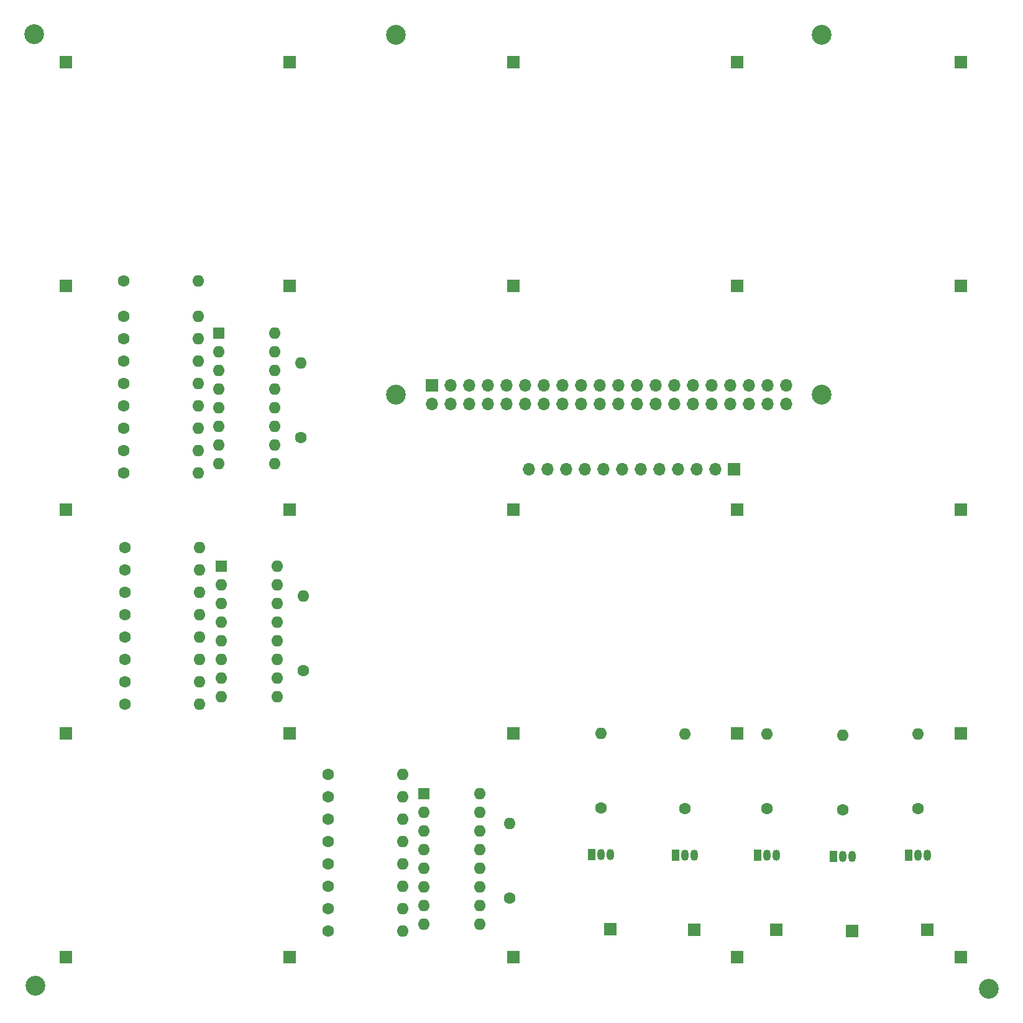
<source format=gbs>
%TF.GenerationSoftware,KiCad,Pcbnew,(6.0.5)*%
%TF.CreationDate,2022-06-12T15:20:55+02:00*%
%TF.ProjectId,3d cube,33642063-7562-4652-9e6b-696361645f70,rev?*%
%TF.SameCoordinates,PX849f6a8PYc7b8a98*%
%TF.FileFunction,Soldermask,Bot*%
%TF.FilePolarity,Negative*%
%FSLAX46Y46*%
G04 Gerber Fmt 4.6, Leading zero omitted, Abs format (unit mm)*
G04 Created by KiCad (PCBNEW (6.0.5)) date 2022-06-12 15:20:55*
%MOMM*%
%LPD*%
G01*
G04 APERTURE LIST*
%ADD10R,1.700000X1.700000*%
%ADD11O,1.700000X1.700000*%
%ADD12C,1.600000*%
%ADD13O,1.600000X1.600000*%
%ADD14R,1.050000X1.500000*%
%ADD15O,1.050000X1.500000*%
%ADD16R,1.600000X1.600000*%
%ADD17C,2.700000*%
G04 APERTURE END LIST*
D10*
%TO.C,P1*%
X57829000Y85493000D03*
D11*
X57829000Y82953000D03*
X60369000Y85493000D03*
X60369000Y82953000D03*
X62909000Y85493000D03*
X62909000Y82953000D03*
X65449000Y85493000D03*
X65449000Y82953000D03*
X67989000Y85493000D03*
X67989000Y82953000D03*
X70529000Y85493000D03*
X70529000Y82953000D03*
X73069000Y85493000D03*
X73069000Y82953000D03*
X75609000Y85493000D03*
X75609000Y82953000D03*
X78149000Y85493000D03*
X78149000Y82953000D03*
X80689000Y85493000D03*
X80689000Y82953000D03*
X83229000Y85493000D03*
X83229000Y82953000D03*
X85769000Y85493000D03*
X85769000Y82953000D03*
X88309000Y85493000D03*
X88309000Y82953000D03*
X90849000Y85493000D03*
X90849000Y82953000D03*
X93389000Y85493000D03*
X93389000Y82953000D03*
X95929000Y85493000D03*
X95929000Y82953000D03*
X98469000Y85493000D03*
X98469000Y82953000D03*
X101009000Y85493000D03*
X101009000Y82953000D03*
X103549000Y85493000D03*
X103549000Y82953000D03*
X106089000Y85493000D03*
X106089000Y82953000D03*
%TD*%
D12*
%TO.C,RC2*%
X40005000Y78359000D03*
D13*
X40005000Y88519000D03*
%TD*%
D10*
%TO.C,J6*%
X99040000Y74041000D03*
D11*
X96500000Y74041000D03*
X93960000Y74041000D03*
X91420000Y74041000D03*
X88880000Y74041000D03*
X86340000Y74041000D03*
X83800000Y74041000D03*
X81260000Y74041000D03*
X78720000Y74041000D03*
X76180000Y74041000D03*
X73640000Y74041000D03*
X71100000Y74041000D03*
%TD*%
D14*
%TO.C,Q4*%
X91059000Y21503879D03*
D15*
X92329000Y21503879D03*
X93599000Y21503879D03*
%TD*%
D12*
%TO.C,R14*%
X16059120Y48134500D03*
D13*
X26219120Y48134500D03*
%TD*%
D12*
%TO.C,R17*%
X15875000Y94869000D03*
D13*
X26035000Y94869000D03*
%TD*%
D12*
%TO.C,R22*%
X15875000Y79629000D03*
D13*
X26035000Y79629000D03*
%TD*%
D12*
%TO.C,R13*%
X16059120Y51182500D03*
D13*
X26219120Y51182500D03*
%TD*%
D14*
%TO.C,Q5*%
X79629000Y21590000D03*
D15*
X80899000Y21590000D03*
X82169000Y21590000D03*
%TD*%
D12*
%TO.C,R4*%
X43703000Y23371000D03*
D13*
X53863000Y23371000D03*
%TD*%
D12*
%TO.C,R12*%
X16059120Y54230500D03*
D13*
X26219120Y54230500D03*
%TD*%
D12*
%TO.C,R9*%
X16059120Y63374500D03*
D13*
X26219120Y63374500D03*
%TD*%
D14*
%TO.C,Q2*%
X112549000Y21336000D03*
D15*
X113819000Y21336000D03*
X115089000Y21336000D03*
%TD*%
D12*
%TO.C,R15*%
X16059120Y45086500D03*
D13*
X26219120Y45086500D03*
%TD*%
D12*
%TO.C,R19*%
X15875000Y88773000D03*
D13*
X26035000Y88773000D03*
%TD*%
D12*
%TO.C,RC3*%
X40291120Y46597500D03*
D13*
X40291120Y56757500D03*
%TD*%
D12*
%TO.C,RL5*%
X80899000Y27940000D03*
D13*
X80899000Y38100000D03*
%TD*%
D12*
%TO.C,RL2*%
X113819000Y27686000D03*
D13*
X113819000Y37846000D03*
%TD*%
D12*
%TO.C,R1*%
X43703000Y32515000D03*
D13*
X53863000Y32515000D03*
%TD*%
D12*
%TO.C,R8*%
X43703000Y11179000D03*
D13*
X53863000Y11179000D03*
%TD*%
D12*
%TO.C,R23*%
X15875000Y76581000D03*
D13*
X26035000Y76581000D03*
%TD*%
D12*
%TO.C,R11*%
X16059120Y57278500D03*
D13*
X26219120Y57278500D03*
%TD*%
D12*
%TO.C,R3*%
X43703000Y26419000D03*
D13*
X53863000Y26419000D03*
%TD*%
D16*
%TO.C,U1*%
X56769000Y29845000D03*
D13*
X56769000Y27305000D03*
X56769000Y24765000D03*
X56769000Y22225000D03*
X56769000Y19685000D03*
X56769000Y17145000D03*
X56769000Y14605000D03*
X56769000Y12065000D03*
X64389000Y12065000D03*
X64389000Y14605000D03*
X64389000Y17145000D03*
X64389000Y19685000D03*
X64389000Y22225000D03*
X64389000Y24765000D03*
X64389000Y27305000D03*
X64389000Y29845000D03*
%TD*%
D12*
%TO.C,R25*%
X15875000Y99695000D03*
D13*
X26035000Y99695000D03*
%TD*%
D12*
%TO.C,R16*%
X16059120Y42038500D03*
D13*
X26219120Y42038500D03*
%TD*%
D12*
%TO.C,R5*%
X43703000Y20323000D03*
D13*
X53863000Y20323000D03*
%TD*%
D12*
%TO.C,R7*%
X43703000Y14227000D03*
D13*
X53863000Y14227000D03*
%TD*%
D16*
%TO.C,U3*%
X28839000Y92593000D03*
D13*
X28839000Y90053000D03*
X28839000Y87513000D03*
X28839000Y84973000D03*
X28839000Y82433000D03*
X28839000Y79893000D03*
X28839000Y77353000D03*
X28839000Y74813000D03*
X36459000Y74813000D03*
X36459000Y77353000D03*
X36459000Y79893000D03*
X36459000Y82433000D03*
X36459000Y84973000D03*
X36459000Y87513000D03*
X36459000Y90053000D03*
X36459000Y92593000D03*
%TD*%
D14*
%TO.C,Q1*%
X122809000Y21463000D03*
D15*
X124079000Y21463000D03*
X125349000Y21463000D03*
%TD*%
D12*
%TO.C,R2*%
X43703000Y29467000D03*
D13*
X53863000Y29467000D03*
%TD*%
D16*
%TO.C,U2*%
X29125120Y60831500D03*
D13*
X29125120Y58291500D03*
X29125120Y55751500D03*
X29125120Y53211500D03*
X29125120Y50671500D03*
X29125120Y48131500D03*
X29125120Y45591500D03*
X29125120Y43051500D03*
X36745120Y43051500D03*
X36745120Y45591500D03*
X36745120Y48131500D03*
X36745120Y50671500D03*
X36745120Y53211500D03*
X36745120Y55751500D03*
X36745120Y58291500D03*
X36745120Y60831500D03*
%TD*%
D12*
%TO.C,R18*%
X15875000Y91821000D03*
D13*
X26035000Y91821000D03*
%TD*%
D12*
%TO.C,RL3*%
X103525945Y27813000D03*
D13*
X103525945Y37973000D03*
%TD*%
D12*
%TO.C,RC1*%
X68443000Y15611000D03*
D13*
X68443000Y25771000D03*
%TD*%
D12*
%TO.C,RL4*%
X92329000Y27853879D03*
D13*
X92329000Y38013879D03*
%TD*%
D12*
%TO.C,R20*%
X15875000Y85725000D03*
D13*
X26035000Y85725000D03*
%TD*%
D14*
%TO.C,Q3*%
X102255945Y21463000D03*
D15*
X103525945Y21463000D03*
X104795945Y21463000D03*
%TD*%
D12*
%TO.C,R10*%
X16059120Y60326500D03*
D13*
X26219120Y60326500D03*
%TD*%
D12*
%TO.C,R6*%
X43703000Y17275000D03*
D13*
X53863000Y17275000D03*
%TD*%
D12*
%TO.C,R24*%
X15875000Y73533000D03*
D13*
X26035000Y73533000D03*
%TD*%
D12*
%TO.C,R21*%
X15875000Y82677000D03*
D13*
X26035000Y82677000D03*
%TD*%
D12*
%TO.C,RL1*%
X124079000Y27813000D03*
D13*
X124079000Y37973000D03*
%TD*%
D17*
%TO.C,MK1*%
X52959000Y84223000D03*
%TD*%
%TO.C,MK2*%
X110959000Y84223000D03*
%TD*%
%TO.C,MK3*%
X52959000Y133223000D03*
%TD*%
%TO.C,MK4*%
X110959000Y133223000D03*
%TD*%
D10*
%TO.C,D14*%
X38481000Y68580000D03*
%TD*%
%TO.C,D13*%
X68961000Y68580000D03*
%TD*%
D17*
%TO.C,REF\u002A\u002A*%
X133731000Y3302000D03*
%TD*%
D10*
%TO.C,D6*%
X129921000Y38100000D03*
%TD*%
%TO.C,J1*%
X125349000Y11303000D03*
%TD*%
%TO.C,D25*%
X8001000Y129540000D03*
%TD*%
%TO.C,D7*%
X99441000Y38100000D03*
%TD*%
%TO.C,D15*%
X8001000Y68580000D03*
%TD*%
%TO.C,J4*%
X93599000Y11343879D03*
%TD*%
%TO.C,D23*%
X68961000Y129540000D03*
%TD*%
%TO.C,D21*%
X129921000Y129540000D03*
%TD*%
%TO.C,D24*%
X38481000Y129540000D03*
%TD*%
%TO.C,D19*%
X38481000Y99060000D03*
%TD*%
%TO.C,D8*%
X68961000Y38100000D03*
%TD*%
%TO.C,D16*%
X129921000Y99060000D03*
%TD*%
%TO.C,D1*%
X129921000Y7620000D03*
%TD*%
D17*
%TO.C,REF\u002A\u002A*%
X3683000Y133350000D03*
%TD*%
D10*
%TO.C,D4*%
X38481000Y7620000D03*
%TD*%
%TO.C,D18*%
X68961000Y99060000D03*
%TD*%
%TO.C,D11*%
X129921000Y68580000D03*
%TD*%
%TO.C,D22*%
X99441000Y129540000D03*
%TD*%
%TO.C,D5*%
X8001000Y7620000D03*
%TD*%
%TO.C,D17*%
X99441000Y99060000D03*
%TD*%
%TO.C,D12*%
X99441000Y68580000D03*
%TD*%
%TO.C,D2*%
X99441000Y7620000D03*
%TD*%
%TO.C,J5*%
X82169000Y11430000D03*
%TD*%
%TO.C,J3*%
X104795945Y11303000D03*
%TD*%
%TO.C,D9*%
X38481000Y38100000D03*
%TD*%
%TO.C,J2*%
X115089000Y11176000D03*
%TD*%
%TO.C,D10*%
X8001000Y38100000D03*
%TD*%
%TO.C,D20*%
X8001000Y99060000D03*
%TD*%
D17*
%TO.C,REF\u002A\u002A*%
X3810000Y3683000D03*
%TD*%
D10*
%TO.C,D3*%
X68961000Y7620000D03*
%TD*%
M02*

</source>
